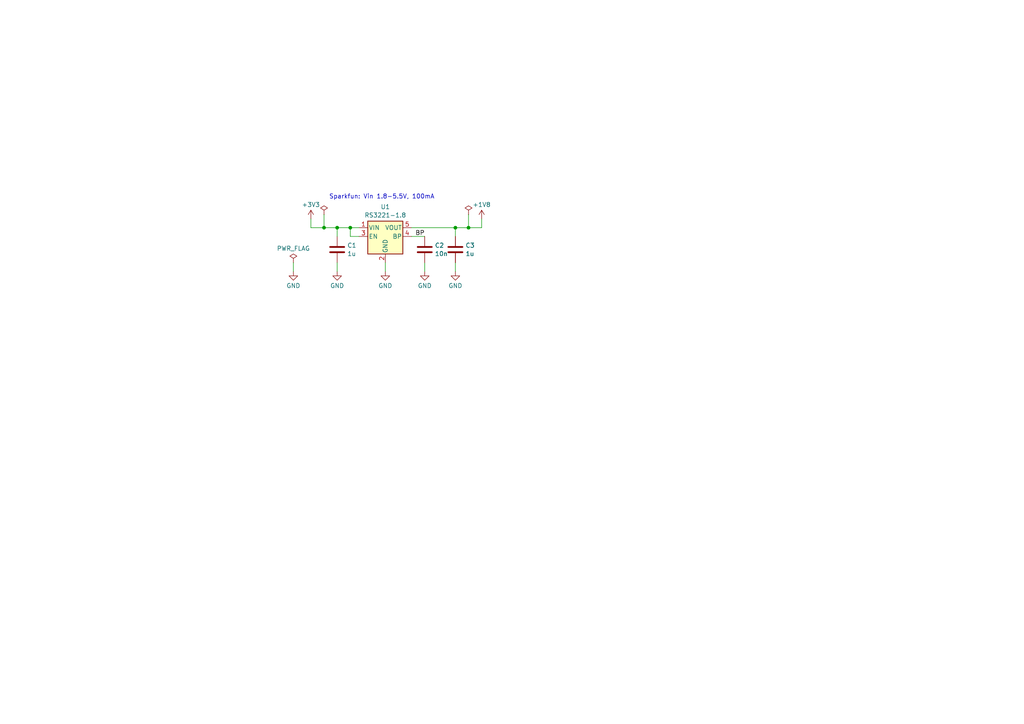
<source format=kicad_sch>
(kicad_sch (version 20231120) (generator "eeschema") (generator_version "7.99")
  (paper "A4")
  (lib_symbols
    (symbol "Device:C" (pin_numbers hide) (pin_names (offset 0.254))
      (property "Reference" "C" (at 0.635 2.54 0))
      (property "Value" "C" (at 0.635 -2.54 0))
      (symbol "C_0_1"
        (polyline (pts (xy -2.032 -0.762) (xy 2.032 -0.762)) (stroke (width 0.508)))
        (polyline (pts (xy -2.032 0.762) (xy 2.032 0.762)) (stroke (width 0.508)))
      )
      (symbol "C_1_1"
        (pin passive line (at 0 3.81 270) (length 2.794) (name "~") (number "1"))
        (pin passive line (at 0 -3.81 90) (length 2.794) (name "~") (number "2"))
      )
    )
    (symbol "local:RS3221-1.8" (pin_names (offset 0.254))
      (property "Reference" "U" (at -5.08 5.715 0))
      (property "Value" "RS3221-1.8" (at 0 5.715 0))
      (symbol "RS3221-1.8_0_1"
        (rectangle (start -5.08 4.445) (end 5.08 -5.08) (stroke (width 0.254)) (fill (type background)))
      )
      (symbol "RS3221-1.8_1_1"
        (pin power_in line (at -7.62 2.54 0) (length 2.54) (name "VIN") (number "1"))
        (pin power_in line (at 0 -7.62 90) (length 2.54) (name "GND") (number "2"))
        (pin input line (at -7.62 0 0) (length 2.54) (name "EN") (number "3"))
        (pin power_out line (at 7.62 0 180) (length 2.54) (name "BP") (number "4"))
        (pin no_connect line (at 5.08 0 180) (length 2.54) hide (name "NC") (number "4"))
        (pin power_out line (at 7.62 2.54 180) (length 2.54) (name "VOUT") (number "5"))
      )
    )
    (symbol "power:+1V8" (power) (pin_names (offset 0))
      (property "Value" "+1V8" (at 0 3.556 0))
      (symbol "+1V8_0_1"
        (polyline (pts (xy -0.762 1.27) (xy 0 2.54)))
        (polyline (pts (xy 0 0) (xy 0 2.54)))
        (polyline (pts (xy 0 2.54) (xy 0.762 1.27)))
      )
      (symbol "+1V8_1_1"
        (pin power_in line (at 0 0 90) (length 0) hide (name "+1V8") (number "1"))
      )
    )
    (symbol "power:+3V3" (power) (pin_names (offset 0))
      (property "Value" "+3V3" (at 0 3.556 0))
      (symbol "+3V3_0_1"
        (polyline (pts (xy -0.762 1.27) (xy 0 2.54)))
        (polyline (pts (xy 0 0) (xy 0 2.54)))
        (polyline (pts (xy 0 2.54) (xy 0.762 1.27)))
      )
      (symbol "+3V3_1_1"
        (pin power_in line (at 0 0 90) (length 0) hide (name "+3V3") (number "1"))
      )
    )
    (symbol "power:GND" (power) (pin_names (offset 0))
      (property "Value" "GND" (at 0 -3.81 0))
      (symbol "GND_0_1"
        (polyline (pts (xy 0 0) (xy 0 -1.27) (xy 1.27 -1.27) (xy 0 -2.54) (xy -1.27 -1.27) (xy 0 -1.27)))
      )
      (symbol "GND_1_1"
        (pin power_in line (at 0 0 270) (length 0) hide (name "GND") (number "1"))
      )
    )
    (symbol "power:PWR_FLAG" (power) (pin_numbers hide) (pin_names (offset 0) hide)
      (property "Value" "PWR_FLAG" (at 0 3.81 0))
      (symbol "PWR_FLAG_0_0"
        (pin power_out line (at 0 0 90) (length 0) (name "pwr") (number "1"))
      )
      (symbol "PWR_FLAG_0_1"
        (polyline (pts (xy 0 0) (xy 0 1.27) (xy -1.016 1.905) (xy 0 2.54) (xy 1.016 1.905) (xy 0 1.27)))
      )
    )
  )
  (junction (at 97.79 66.04))
  (junction (at 93.98 66.04))
  (junction (at 101.6 66.04))
  (junction (at 135.89 66.04))
  (junction (at 132.08 66.04))
  (wire (pts (xy 97.79 76.2) (xy 97.79 78.74)))
  (wire (pts (xy 90.17 66.04) (xy 93.98 66.04)))
  (wire (pts (xy 123.19 76.2) (xy 123.19 78.74)))
  (wire (pts (xy 135.89 62.23) (xy 135.89 66.04)))
  (wire (pts (xy 139.7 66.04) (xy 139.7 63.5)))
  (wire (pts (xy 135.89 66.04) (xy 139.7 66.04)))
  (wire (pts (xy 104.14 68.58) (xy 101.6 68.58)))
  (wire (pts (xy 85.09 76.2) (xy 85.09 78.74)))
  (wire (pts (xy 132.08 76.2) (xy 132.08 78.74)))
  (wire (pts (xy 101.6 68.58) (xy 101.6 66.04)))
  (wire (pts (xy 132.08 68.58) (xy 132.08 66.04)))
  (wire (pts (xy 119.38 66.04) (xy 132.08 66.04)))
  (wire (pts (xy 93.98 62.23) (xy 93.98 66.04)))
  (wire (pts (xy 119.38 68.58) (xy 123.19 68.58)))
  (wire (pts (xy 97.79 66.04) (xy 101.6 66.04)))
  (wire (pts (xy 111.76 76.2) (xy 111.76 78.74)))
  (wire (pts (xy 97.79 66.04) (xy 97.79 68.58)))
  (wire (pts (xy 90.17 66.04) (xy 90.17 63.5)))
  (wire (pts (xy 93.98 66.04) (xy 97.79 66.04)))
  (wire (pts (xy 132.08 66.04) (xy 135.89 66.04)))
  (wire (pts (xy 101.6 66.04) (xy 104.14 66.04)))
  (text "Sparkfun: Vin 1.8-5.5V, 100mA" (at 110.744 57.15 0) (effects (font (size 1.27 1.27))))
  (label "BP" (at 123.19 68.58 180))
  (symbol (lib_id "power:GND") (at 111.76 78.74 0) (unit 1)
    (property "Reference" "#PWR017" (effects (hide yes)))
    (property "Value" "GND" (at 111.76 82.8731 0))
    (property "Description" "Power symbol creates a global label with name \"GND\" , ground" (effects (hide yes)))
  )
  (symbol (lib_id "power:PWR_FLAG") (at 85.09 76.2 0) (unit 1)
    (property "Reference" "#FLG02" (effects (hide yes)))
    (property "Value" "PWR_FLAG" (at 85.09 72.0669 0))
    (property "Description" "Special symbol for telling ERC where power comes from" (effects (hide yes)))
  )
  (symbol (lib_id "power:GND") (at 97.79 78.74 0) (unit 1)
    (property "Reference" "#PWR016" (effects (hide yes)))
    (property "Value" "GND" (at 97.79 82.8731 0))
    (property "Description" "Power symbol creates a global label with name \"GND\" , ground" (effects (hide yes)))
  )
  (symbol (lib_id "power:GND") (at 123.19 78.74 0) (unit 1)
    (property "Reference" "#PWR018" (effects (hide yes)))
    (property "Value" "GND" (at 123.19 82.8731 0))
    (property "Description" "Power symbol creates a global label with name \"GND\" , ground" (effects (hide yes)))
  )
  (symbol (lib_id "power:GND") (at 85.09 78.74 0) (unit 1)
    (property "Reference" "#PWR03" (effects (hide yes)))
    (property "Value" "GND" (at 85.09 82.8731 0))
    (property "Description" "Power symbol creates a global label with name \"GND\" , ground" (effects (hide yes)))
  )
  (symbol (lib_id "power:PWR_FLAG") (at 135.89 62.23 0) (unit 1)
    (property "Reference" "#FLG03" (effects (hide yes)))
    (property "Value" "PWR_FLAG" (effects (hide yes)))
    (property "Description" "Special symbol for telling ERC where power comes from" (effects (hide yes)))
  )
  (symbol (lib_id "power:PWR_FLAG") (at 93.98 62.23 0) (unit 1)
    (property "Reference" "#FLG01" (effects (hide yes)))
    (property "Value" "PWR_FLAG" (effects (hide yes)))
    (property "Description" "Special symbol for telling ERC where power comes from" (effects (hide yes)))
  )
  (symbol (lib_id "power:+3V3") (at 90.17 63.5 0) (unit 1)
    (property "Reference" "#PWR020" (effects (hide yes)))
    (property "Value" "+3V3" (at 90.17 59.3669 0))
    (property "Description" "Power symbol creates a global label with name \"+3V3\"" (effects (hide yes)))
  )
  (symbol (lib_id "power:GND") (at 132.08 78.74 0) (unit 1)
    (property "Reference" "#PWR019" (effects (hide yes)))
    (property "Value" "GND" (at 132.08 82.8731 0))
    (property "Description" "Power symbol creates a global label with name \"GND\" , ground" (effects (hide yes)))
  )
  (symbol (lib_id "Device:C") (at 132.08 72.39 0) (unit 1)
    (property "Reference" "C3" (at 135.001 71.1778 0) (effects (justify left)))
    (property "Value" "1u" (at 135.001 73.6021 0) (effects (justify left)))
    (property "Footprint" "Capacitor_SMD:C_0603_1608Metric_Pad1.08x0.95mm_HandSolder" (effects (hide yes)))
    (property "Description" "Unpolarized capacitor" (effects (hide yes)))
    (property "LCSC" "C15849" (effects (hide yes)))
  )
  (symbol (lib_id "Device:C") (at 123.19 72.39 0) (unit 1)
    (property "Reference" "C2" (at 126.111 71.1778 0) (effects (justify left)))
    (property "Value" "10n" (at 126.111 73.6021 0) (effects (justify left)))
    (property "Footprint" "Capacitor_SMD:C_0402_1005Metric_Pad0.74x0.62mm_HandSolder" (effects (hide yes)))
    (property "Description" "Unpolarized capacitor" (effects (hide yes)))
    (property "LCSC" "C15195" (effects (hide yes)))
  )
  (symbol (lib_id "Device:C") (at 97.79 72.39 0) (unit 1)
    (property "Reference" "C1" (at 100.711 71.1778 0) (effects (justify left)))
    (property "Value" "1u" (at 100.711 73.6021 0) (effects (justify left)))
    (property "Footprint" "Capacitor_SMD:C_0603_1608Metric_Pad1.08x0.95mm_HandSolder" (effects (hide yes)))
    (property "Description" "Unpolarized capacitor" (effects (hide yes)))
    (property "LCSC" "C15849" (effects (hide yes)))
  )
  (symbol (lib_id "power:+1V8") (at 139.7 63.5 0) (unit 1)
    (property "Reference" "#PWR04" (effects (hide yes)))
    (property "Value" "+1V8" (at 139.7 59.3669 0))
    (property "Description" "Power symbol creates a global label with name \"+1V8\"" (effects (hide yes)))
  )
  (symbol (lib_id "local:RS3221-1.8") (at 111.76 68.58 0) (unit 1)
    (property "Reference" "U1" (at 111.76 59.9905 0))
    (property "Value" "RS3221-1.8" (at 111.76 62.4148 0))
    (property "Footprint" "Package_TO_SOT_SMD:SOT-23-5" (effects (hide yes)))
    (property "Datasheet" "https://datasheet.lcsc.com/lcsc/2304140030_Jiangsu-RUNIC-Tech-RS3221-1-8YF5_C2762317.pdf" (effects (hide yes)))
    (property "Description" "200mA low dropout linear regulator, wide input voltage range, 1.8V fixed positive output, SOT-23-5" (effects (hide yes)))
    (property "LCSC" "C2762317" (effects (hide yes)))
  )
)
</source>
